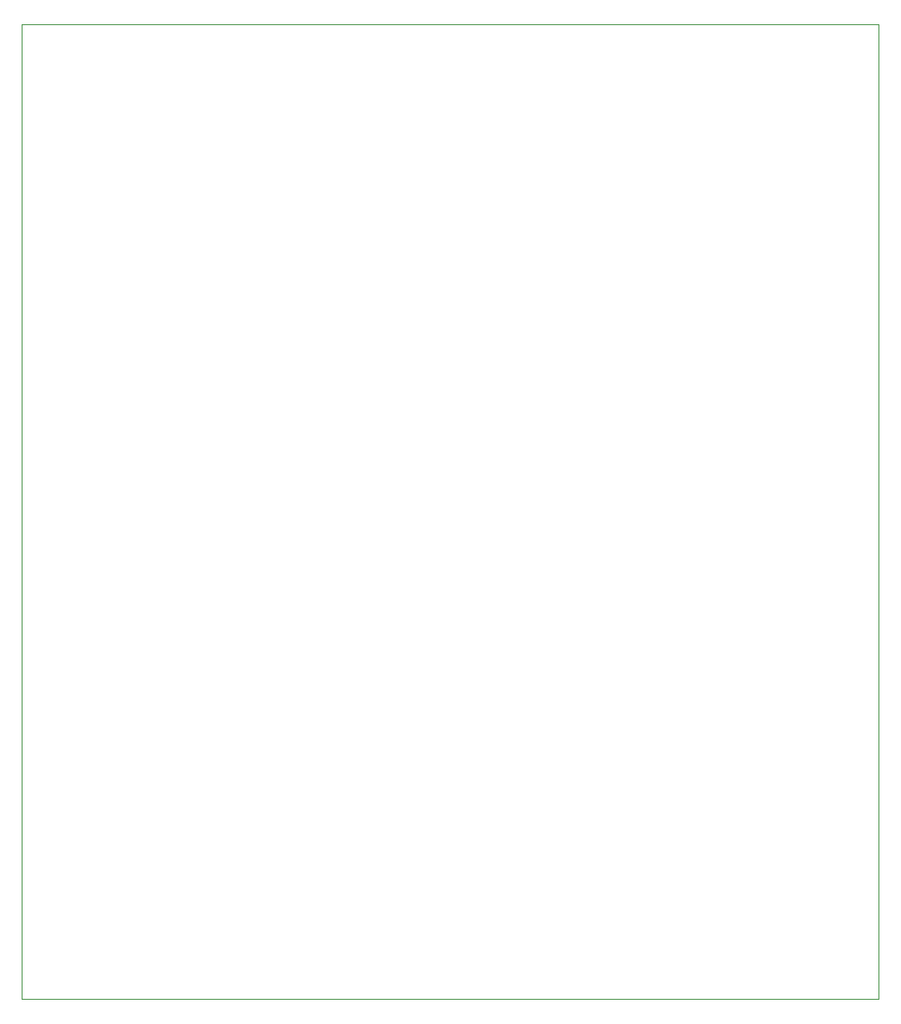
<source format=gko>
G04 #@! TF.FileFunction,Profile,NP*
%FSLAX46Y46*%
G04 Gerber Fmt 4.6, Leading zero omitted, Abs format (unit mm)*
G04 Created by KiCad (PCBNEW 4.0.6) date Sun May 21 14:11:35 2017*
%MOMM*%
%LPD*%
G01*
G04 APERTURE LIST*
%ADD10C,0.100000*%
G04 APERTURE END LIST*
D10*
X78740000Y-130810000D02*
X78740000Y-35560000D01*
X162560000Y-130810000D02*
X78740000Y-130810000D01*
X162560000Y-35560000D02*
X162560000Y-130810000D01*
X78740000Y-35560000D02*
X162560000Y-35560000D01*
M02*

</source>
